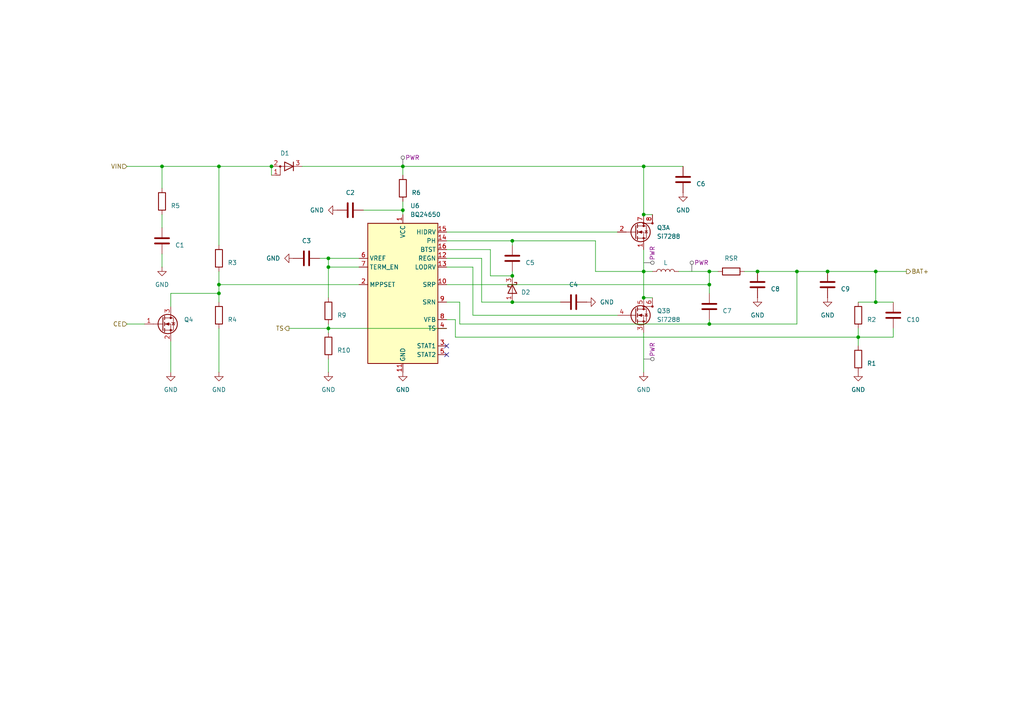
<source format=kicad_sch>
(kicad_sch (version 20250114) (generator "eeschema") (generator_version "9.0")
  (paper "A4")
  (title_block (title "Ryujin") (date "2025-03-24") (rev "44") (company "Julius-Maximilians-Universität Würzburg"))
  (lib_symbols
    (symbol "Battery_Management:BQ24650"
      (property "Reference" "U6" (at 2.1433 25.4 0))
      (property "Value" "BQ24650" (at 2.1433 22.86 0))
      (symbol "BQ24650_1_1"
        (rectangle (start -10.16 20.32) (end 10.16 -20.32) (stroke (width 0.254)) (fill (type background)))
        (pin input line (at -12.7 10.16 0) (length 2.54) (name "VREF") (number "6"))
        (pin input line (at -12.7 7.62 0) (length 2.54) (name "TERM_EN") (number "7"))
        (pin input line (at -12.7 2.54 0) (length 2.54) (name "MPPSET") (number "2"))
        (pin power_in line (at 0 22.86 270) (length 2.54) (name "VCC") (number "1"))
        (pin power_in line (at 0 -22.86 90) (length 2.54) (name "GND") (number "11"))
        (pin passive line (at 0 -22.86 90) (length 2.54) (hide yes) (name "GND") (number "17"))
        (pin output line (at 12.7 17.78 180) (length 2.54) (name "HIDRV") (number "15"))
        (pin input line (at 12.7 15.24 180) (length 2.54) (name "PH") (number "14"))
        (pin output line (at 12.7 12.7 180) (length 2.54) (name "BTST") (number "16"))
        (pin output line (at 12.7 10.16 180) (length 2.54) (name "REGN") (number "12"))
        (pin output line (at 12.7 7.62 180) (length 2.54) (name "LODRV") (number "13"))
        (pin input line (at 12.7 2.54 180) (length 2.54) (name "SRP") (number "10"))
        (pin input line (at 12.7 -2.54 180) (length 2.54) (name "SRN") (number "9"))
        (pin input line (at 12.7 -7.62 180) (length 2.54) (name "VFB") (number "8"))
        (pin input line (at 12.7 -10.16 180) (length 2.54) (name "TS") (number "4"))
        (pin open_collector line (at 12.7 -15.24 180) (length 2.54) (name "STAT1") (number "3"))
        (pin open_collector line (at 12.7 -17.78 180) (length 2.54) (name "STAT2") (number "5"))
      )
    )
    (symbol "Device:C" (pin_numbers (hide yes)) (pin_names (offset 0.254))
      (property "Reference" "C" (at 0.635 2.54 0))
      (property "Value" "C" (at 0.635 -2.54 0))
      (symbol "C_0_1"
        (polyline (pts (xy -2.032 0.762) (xy 2.032 0.762)) (stroke (width 0.508)))
        (polyline (pts (xy -2.032 -0.762) (xy 2.032 -0.762)) (stroke (width 0.508)))
      )
      (symbol "C_1_1"
        (pin passive line (at 0 3.81 270) (length 2.794) (name "~") (number "1"))
        (pin passive line (at 0 -3.81 90) (length 2.794) (name "~") (number "2"))
      )
    )
    (symbol "Device:D_AAK" (pin_names (offset 0) (hide yes))
      (property "Reference" "D" (at 0 2.54 0))
      (property "Value" "D_AAK" (at 0 -2.54 0))
      (symbol "D_AAK_0_1"
        (polyline (pts (xy -1.27 1.27) (xy -1.27 -1.27)) (stroke (width 0.254)))
        (polyline (pts (xy 1.27 1.27) (xy 1.27 -1.27) (xy -1.27 0) (xy 1.27 1.27)) (stroke (width 0.254)))
        (circle (center 2.54 0) (radius 0.254) (fill (type outline)))
        (polyline (pts (xy 3.81 2.54) (xy 2.54 2.54) (xy 2.54 0) (xy -1.27 0)))
      )
      (symbol "D_AAK_1_1"
        (pin passive line (at -3.81 0 0) (length 2.54) (name "K") (number "3"))
        (pin passive line (at 5.08 2.54 180) (length 2.54) (name "A") (number "1"))
        (pin passive line (at 5.08 0 180) (length 2.54) (name "A") (number "2"))
      )
    )
    (symbol "Device:L" (pin_numbers (hide yes)) (pin_names (offset 1.016) (hide yes))
      (property "Reference" "L" (at -1.27 0 90))
      (property "Value" "L" (at 1.905 0 90))
      (symbol "L_0_1"
        (arc (start 0 2.54) (mid 0.6323 1.905) (end 0 1.27))
        (arc (start 0 1.27) (mid 0.6323 0.635) (end 0 0))
        (arc (start 0 0) (mid 0.6323 -0.635) (end 0 -1.27))
        (arc (start 0 -1.27) (mid 0.6323 -1.905) (end 0 -2.54))
      )
      (symbol "L_1_1"
        (pin passive line (at 0 3.81 270) (length 1.27) (name "1") (number "1"))
        (pin passive line (at 0 -3.81 90) (length 1.27) (name "2") (number "2"))
      )
    )
    (symbol "Device:R" (pin_numbers (hide yes)) (pin_names (offset 0))
      (property "Reference" "R" (at 2.032 0 90))
      (property "Value" "R" (at 0 0 90))
      (symbol "R_0_1"
        (rectangle (start -1.016 -2.54) (end 1.016 2.54) (stroke (width 0.254)))
      )
      (symbol "R_1_1"
        (pin passive line (at 0 3.81 270) (length 1.27) (name "~") (number "1"))
        (pin passive line (at 0 -3.81 90) (length 1.27) (name "~") (number "2"))
      )
    )
    (symbol "Diode:BAT54W" (pin_names (offset 1.016) (hide yes))
      (property "Reference" "D" (at 0 2.54 0))
      (property "Value" "BAT54W" (at 0 -2.54 0))
      (symbol "BAT54W_0_1"
        (polyline (pts (xy -1.905 0.635) (xy -1.905 1.27) (xy -1.27 1.27) (xy -1.27 -1.27) (xy -0.635 -1.27) (xy -0.635 -0.635)) (stroke (width 0.254)))
        (polyline (pts (xy 1.27 1.27) (xy 1.27 -1.27) (xy -1.27 0) (xy 1.27 1.27)) (stroke (width 0.254)))
        (polyline (pts (xy 1.27 0) (xy -1.27 0)))
      )
      (symbol "BAT54W_1_1"
        (pin passive line (at -3.81 0 0) (length 2.54) (name "K") (number "3"))
        (pin no_connect line (at 0 0 90) (length 2.54) (hide yes) (name "NC") (number "2"))
        (pin passive line (at 3.81 0 180) (length 2.54) (name "A") (number "1"))
      )
    )
    (symbol "Transistor_FET:2N7002" (pin_names (hide yes))
      (property "Reference" "Q" (at 5.08 1.905 0))
      (property "Value" "2N7002" (at 5.08 0 0))
      (symbol "2N7002_0_1"
        (polyline (pts (xy 0.254 1.905) (xy 0.254 -1.905)) (stroke (width 0.254)))
        (polyline (pts (xy 0.254 0) (xy -2.54 0)))
        (polyline (pts (xy 0.762 2.286) (xy 0.762 1.27)) (stroke (width 0.254)))
        (polyline (pts (xy 0.762 0.508) (xy 0.762 -0.508)) (stroke (width 0.254)))
        (polyline (pts (xy 0.762 -1.27) (xy 0.762 -2.286)) (stroke (width 0.254)))
        (polyline (pts (xy 0.762 -1.778) (xy 3.302 -1.778) (xy 3.302 1.778) (xy 0.762 1.778)))
        (polyline (pts (xy 1.016 0) (xy 2.032 0.381) (xy 2.032 -0.381) (xy 1.016 0)) (fill (type outline)))
        (circle (center 1.651 0) (radius 2.794) (stroke (width 0.254)))
        (polyline (pts (xy 2.54 2.54) (xy 2.54 1.778)))
        (circle (center 2.54 1.778) (radius 0.254) (fill (type outline)))
        (circle (center 2.54 -1.778) (radius 0.254) (fill (type outline)))
        (polyline (pts (xy 2.54 -2.54) (xy 2.54 0) (xy 0.762 0)))
        (polyline (pts (xy 2.794 0.508) (xy 2.921 0.381) (xy 3.683 0.381) (xy 3.81 0.254)))
        (polyline (pts (xy 3.302 0.381) (xy 2.921 -0.254) (xy 3.683 -0.254) (xy 3.302 0.381)))
      )
      (symbol "2N7002_1_1"
        (pin input line (at -5.08 0 0) (length 2.54) (name "G") (number "1"))
        (pin passive line (at 2.54 5.08 270) (length 2.54) (name "D") (number "3"))
        (pin passive line (at 2.54 -5.08 90) (length 2.54) (name "S") (number "2"))
      )
    )
    (symbol "Vishay:Si7288" (pin_names (offset 0) (hide yes))
      (property "Reference" "Q" (at 5.08 1.905 0))
      (property "Value" "Si7288" (at 5.08 0 0))
      (symbol "Si7288_0_1"
        (polyline (pts (xy 0.254 1.905) (xy 0.254 -1.905)) (stroke (width 0.254)))
        (polyline (pts (xy 0.254 0) (xy -2.54 0)))
        (polyline (pts (xy 0.762 2.286) (xy 0.762 1.27)) (stroke (width 0.254)))
        (polyline (pts (xy 0.762 0.508) (xy 0.762 -0.508)) (stroke (width 0.254)))
        (polyline (pts (xy 0.762 -1.27) (xy 0.762 -2.286)) (stroke (width 0.254)))
        (polyline (pts (xy 0.762 -1.778) (xy 3.302 -1.778) (xy 3.302 1.778) (xy 0.762 1.778)))
        (polyline (pts (xy 1.016 0) (xy 2.032 0.381) (xy 2.032 -0.381) (xy 1.016 0)) (fill (type outline)))
        (circle (center 1.651 0) (radius 2.794) (stroke (width 0.254)))
        (polyline (pts (xy 2.54 2.54) (xy 2.54 1.778)))
        (circle (center 2.54 2.54) (radius 0.254) (fill (type outline)))
        (circle (center 2.54 1.778) (radius 0.254) (fill (type outline)))
        (circle (center 2.54 -1.778) (radius 0.254) (fill (type outline)))
        (polyline (pts (xy 2.54 -2.54) (xy 2.54 0) (xy 0.762 0)))
        (polyline (pts (xy 2.921 0.381) (xy 3.683 0.381)))
        (polyline (pts (xy 3.302 0.381) (xy 2.921 -0.254) (xy 3.683 -0.254) (xy 3.302 0.381)))
        (polyline (pts (xy 5.08 2.54) (xy 2.54 2.54)))
        (circle (center 5.08 2.54) (radius 0.254) (fill (type outline)))
      )
      (symbol "Si7288_1_1"
        (pin input line (at -5.08 0 0) (length 2.54) (name "G") (number "2"))
        (pin passive line (at 2.54 5.08 270) (length 2.54) (name "D") (number "7"))
        (pin passive line (at 2.54 -5.08 90) (length 2.54) (name "S") (number "1"))
        (pin passive line (at 5.08 5.08 270) (length 2.54) (hide yes) (name "D") (number "11"))
        (pin passive line (at 5.08 5.08 270) (length 2.54) (name "D") (number "8"))
        (pin passive line (at 5.08 5.08 270) (length 2.54) (hide yes) (name "D") (number "9"))
      )
      (symbol "Si7288_2_1"
        (pin input line (at -5.08 0 0) (length 2.54) (name "G") (number "4"))
        (pin passive line (at 2.54 5.08 270) (length 2.54) (name "D") (number "5"))
        (pin passive line (at 2.54 -5.08 90) (length 2.54) (name "S") (number "3"))
        (pin passive line (at 5.08 5.08 270) (length 2.54) (hide yes) (name "D") (number "10"))
        (pin passive line (at 5.08 5.08 270) (length 2.54) (hide yes) (name "D") (number "12"))
        (pin passive line (at 5.08 5.08 270) (length 2.54) (name "D") (number "6"))
      )
    )
    (symbol "power:GND" (power) (pin_numbers (hide yes)) (pin_names (offset 0) (hide yes))
      (property "Value" "GND" (at 0 -3.81 0))
      (symbol "GND_0_1"
        (polyline (pts (xy 0 0) (xy 0 -1.27) (xy 1.27 -1.27) (xy 0 -2.54) (xy -1.27 -1.27) (xy 0 -1.27)))
      )
      (symbol "GND_1_1"
        (pin power_in line (at 0 0 270) (length 0) (name "~") (number "1"))
      )
    )
  )
  (junction (at 148.59 69.85))
  (junction (at 254 87.63))
  (junction (at 148.59 80.01))
  (junction (at 63.5 82.55))
  (junction (at 205.74 78.74))
  (junction (at 186.69 48.26))
  (junction (at 254 78.74))
  (junction (at 63.5 85.09))
  (junction (at 186.69 78.74))
  (junction (at 116.84 48.26))
  (junction (at 248.92 97.79))
  (junction (at 148.59 87.63))
  (junction (at 63.5 48.26))
  (junction (at 231.14 78.74))
  (junction (at 95.25 77.47))
  (junction (at 116.84 60.96))
  (junction (at 78.74 48.26))
  (junction (at 240.03 78.74))
  (junction (at 95.25 74.93))
  (junction (at 205.74 82.55))
  (junction (at 186.69 86.36))
  (junction (at 219.71 78.74))
  (junction (at 46.99 48.26))
  (junction (at 186.69 62.23))
  (junction (at 205.74 93.98))
  (junction (at 95.25 95.25))
  (no_connect (at 129.54 100.33))
  (no_connect (at 129.54 102.87))
  (wire (pts (xy 219.71 78.74) (xy 231.14 78.74)))
  (wire (pts (xy 186.69 86.36) (xy 189.23 86.36)))
  (wire (pts (xy 95.25 74.93) (xy 95.25 77.47)))
  (wire (pts (xy 137.16 77.47) (xy 137.16 91.44)))
  (wire (pts (xy 78.74 48.26) (xy 78.74 50.8)))
  (wire (pts (xy 148.59 69.85) (xy 148.59 71.12)))
  (wire (pts (xy 49.53 88.9) (xy 49.53 85.09)))
  (wire (pts (xy 63.5 48.26) (xy 78.74 48.26)))
  (wire (pts (xy 133.35 87.63) (xy 133.35 93.98)))
  (wire (pts (xy 129.54 74.93) (xy 139.7 74.93)))
  (wire (pts (xy 231.14 78.74) (xy 240.03 78.74)))
  (wire (pts (xy 259.08 97.79) (xy 248.92 97.79)))
  (wire (pts (xy 248.92 87.63) (xy 254 87.63)))
  (wire (pts (xy 172.72 78.74) (xy 186.69 78.74)))
  (wire (pts (xy 240.03 78.74) (xy 254 78.74)))
  (wire (pts (xy 205.74 82.55) (xy 205.74 85.09)))
  (wire (pts (xy 205.74 78.74) (xy 205.74 82.55)))
  (wire (pts (xy 83.82 95.25) (xy 95.25 95.25)))
  (wire (pts (xy 46.99 62.23) (xy 46.99 66.04)))
  (wire (pts (xy 132.08 97.79) (xy 248.92 97.79)))
  (wire (pts (xy 63.5 78.74) (xy 63.5 82.55)))
  (wire (pts (xy 63.5 82.55) (xy 63.5 85.09)))
  (wire (pts (xy 46.99 48.26) (xy 63.5 48.26)))
  (wire (pts (xy 254 87.63) (xy 259.08 87.63)))
  (wire (pts (xy 129.54 69.85) (xy 148.59 69.85)))
  (wire (pts (xy 63.5 48.26) (xy 63.5 71.12)))
  (wire (pts (xy 129.54 67.31) (xy 179.07 67.31)))
  (wire (pts (xy 46.99 73.66) (xy 46.99 77.47)))
  (wire (pts (xy 116.84 60.96) (xy 116.84 58.42)))
  (wire (pts (xy 36.83 48.26) (xy 46.99 48.26)))
  (wire (pts (xy 95.25 93.98) (xy 95.25 95.25)))
  (wire (pts (xy 46.99 48.26) (xy 46.99 54.61)))
  (wire (pts (xy 95.25 74.93) (xy 104.14 74.93)))
  (wire (pts (xy 148.59 69.85) (xy 172.72 69.85)))
  (wire (pts (xy 139.7 87.63) (xy 148.59 87.63)))
  (wire (pts (xy 205.74 78.74) (xy 208.28 78.74)))
  (wire (pts (xy 142.24 72.39) (xy 142.24 80.01)))
  (wire (pts (xy 116.84 60.96) (xy 116.84 62.23)))
  (wire (pts (xy 186.69 48.26) (xy 186.69 62.23)))
  (wire (pts (xy 95.25 77.47) (xy 104.14 77.47)))
  (wire (pts (xy 129.54 77.47) (xy 137.16 77.47)))
  (wire (pts (xy 259.08 95.25) (xy 259.08 97.79)))
  (wire (pts (xy 36.83 93.98) (xy 41.91 93.98)))
  (wire (pts (xy 129.54 82.55) (xy 205.74 82.55)))
  (wire (pts (xy 116.84 48.26) (xy 116.84 50.8)))
  (wire (pts (xy 186.69 78.74) (xy 186.69 86.36)))
  (wire (pts (xy 133.35 93.98) (xy 205.74 93.98)))
  (wire (pts (xy 63.5 82.55) (xy 104.14 82.55)))
  (wire (pts (xy 186.69 62.23) (xy 189.23 62.23)))
  (wire (pts (xy 254 78.74) (xy 254 87.63)))
  (wire (pts (xy 248.92 95.25) (xy 248.92 97.79)))
  (wire (pts (xy 142.24 80.01) (xy 148.59 80.01)))
  (wire (pts (xy 186.69 78.74) (xy 189.23 78.74)))
  (wire (pts (xy 95.25 95.25) (xy 95.25 96.52)))
  (wire (pts (xy 148.59 87.63) (xy 162.56 87.63)))
  (wire (pts (xy 92.71 74.93) (xy 95.25 74.93)))
  (wire (pts (xy 49.53 85.09) (xy 63.5 85.09)))
  (wire (pts (xy 105.41 60.96) (xy 116.84 60.96)))
  (wire (pts (xy 248.92 97.79) (xy 248.92 100.33)))
  (wire (pts (xy 95.25 104.14) (xy 95.25 107.95)))
  (wire (pts (xy 148.59 78.74) (xy 148.59 80.01)))
  (wire (pts (xy 215.9 78.74) (xy 219.71 78.74)))
  (wire (pts (xy 137.16 91.44) (xy 179.07 91.44)))
  (wire (pts (xy 196.85 78.74) (xy 205.74 78.74)))
  (wire (pts (xy 132.08 92.71) (xy 132.08 97.79)))
  (wire (pts (xy 205.74 93.98) (xy 231.14 93.98)))
  (wire (pts (xy 129.54 72.39) (xy 142.24 72.39)))
  (wire (pts (xy 186.69 48.26) (xy 198.12 48.26)))
  (wire (pts (xy 186.69 72.39) (xy 186.69 78.74)))
  (wire (pts (xy 139.7 74.93) (xy 139.7 87.63)))
  (wire (pts (xy 205.74 92.71) (xy 205.74 93.98)))
  (wire (pts (xy 87.63 48.26) (xy 116.84 48.26)))
  (wire (pts (xy 95.25 95.25) (xy 129.54 95.25)))
  (wire (pts (xy 63.5 95.25) (xy 63.5 107.95)))
  (wire (pts (xy 231.14 78.74) (xy 231.14 93.98)))
  (wire (pts (xy 95.25 77.47) (xy 95.25 86.36)))
  (wire (pts (xy 63.5 85.09) (xy 63.5 87.63)))
  (wire (pts (xy 172.72 69.85) (xy 172.72 78.74)))
  (wire (pts (xy 254 78.74) (xy 262.89 78.74)))
  (wire (pts (xy 186.69 107.95) (xy 186.69 96.52)))
  (wire (pts (xy 129.54 92.71) (xy 132.08 92.71)))
  (wire (pts (xy 116.84 48.26) (xy 186.69 48.26)))
  (wire (pts (xy 49.53 99.06) (xy 49.53 107.95)))
  (wire (pts (xy 129.54 87.63) (xy 133.35 87.63)))
  (hierarchical_label "VIN" (shape input) (at 36.83 48.26 180))
  (hierarchical_label "TS" (shape output) (at 83.82 95.25 180))
  (hierarchical_label "CE" (shape input) (at 36.83 93.98 180))
  (hierarchical_label "BAT+" (shape output) (at 262.89 78.74 0))
  (netclass_flag "" (length 2.54) (shape round) (at 200.66 78.74 0) (property "Netclass" "PWR" (at 201.3585 76.2 0) (effects (justify left))))
  (netclass_flag "" (length 2.54) (shape round) (at 186.69 104.14 270) (property "Netclass" "PWR" (at 189.23 103.4415 90) (effects (justify left))))
  (netclass_flag "" (length 2.54) (shape round) (at 186.69 76.2 270) (property "Netclass" "PWR" (at 189.23 75.5015 90) (effects (justify left))))
  (netclass_flag "" (length 2.54) (shape round) (at 116.84 48.26 0) (property "Netclass" "PWR" (at 117.5385 45.72 0) (effects (justify left))))
  (symbol (lib_id "Device:C") (at 88.9 74.93 90) (unit 1)
    (property "Reference" "C15" (effects (hide yes)))
    (property "Value" "C3" (at 88.9 69.85 90))
    (property "Footprint" "Capacitor_SMD:C_0805_2012Metric" (effects (hide yes)))
    (property "Description" "Unpolarized capacitor" (effects (hide yes)))
    (property "MPN" "1uF 35V 0805" (effects (hide yes)))
  )
  (symbol (lib_id "Diode:BAT54W") (at 148.59 83.82 270) (unit 1)
    (property "Reference" "D6" (effects (hide yes)))
    (property "Value" "D2" (at 151.13 84.7724 90) (effects (justify left)))
    (property "Footprint" "Package_TO_SOT_SMD:SOT-23" (effects (hide yes)))
    (property "Datasheet" "https://assets.nexperia.com/documents/data-sheet/BAT54W_SER.pdf" (effects (hide yes)))
    (property "Description" "Schottky barrier diode" (effects (hide yes)))
    (property "MPN" " BAT54" (effects (hide yes)))
  )
  (symbol (lib_id "Device:C") (at 240.03 82.55 0) (unit 1)
    (property "Reference" "C16" (effects (hide yes)))
    (property "Value" "C9" (at 243.84 83.8199 0) (effects (justify left)))
    (property "Footprint" "Capacitor_SMD:C_Elec_4x5.4" (effects (hide yes)))
    (property "Description" "Unpolarized capacitor" (effects (hide yes)))
    (property "MPN" "EEEFK1V4R7AR" (effects (hide yes)))
  )
  (symbol (lib_id "Device:C") (at 46.99 69.85 0) (unit 1)
    (property "Reference" "C7" (effects (hide yes)))
    (property "Value" "C1" (at 50.8 71.1199 0) (effects (justify left)))
    (property "Footprint" "Capacitor_SMD:C_1210_3225Metric" (effects (hide yes)))
    (property "Description" "Unpolarized capacitor" (effects (hide yes)))
    (property "MPN" "2.2uF 50V 1210" (effects (hide yes)))
  )
  (symbol (lib_id "Device:L") (at 193.04 78.74 90) (unit 1)
    (property "Reference" "L1" (effects (hide yes)))
    (property "Value" "L" (at 193.04 76.2 90))
    (property "Footprint" "Inductor_SMD:L_Vishay_IHLP-2525" (effects (hide yes)))
    (property "Description" "Inductor" (effects (hide yes)))
    (property "MPN" "IHLP2525CZER100MA1" (effects (hide yes)))
  )
  (symbol (lib_id "power:GND") (at 219.71 86.36 0) (unit 1)
    (property "Reference" "#PWR044" (effects (hide yes)))
    (property "Value" "GND" (at 219.71 91.44 0))
    (property "Description" "Power symbol creates a global label with name \"GND\" , ground" (effects (hide yes)))
  )
  (symbol (lib_id "Device:C") (at 148.59 74.93 180) (unit 1)
    (property "Reference" "C11" (effects (hide yes)))
    (property "Value" "C5" (at 152.4 76.1999 0) (effects (justify right)))
    (property "Footprint" "Capacitor_SMD:C_0805_2012Metric" (effects (hide yes)))
    (property "Description" "Unpolarized capacitor" (effects (hide yes)))
    (property "MPN" "0.1uF 35V 0805" (effects (hide yes)))
  )
  (symbol (lib_id "Device:R") (at 46.99 58.42 0) (unit 1)
    (property "Reference" "R1" (effects (hide yes)))
    (property "Value" "R5" (at 49.53 59.6899 0) (effects (justify left)))
    (property "Footprint" "Resistor_SMD:R_0805_2012Metric" (effects (hide yes)))
    (property "Description" "Resistor" (effects (hide yes)))
    (property "MPN" "2 0805 1W" (effects (hide yes)))
  )
  (symbol (lib_id "Device:D_AAK") (at 83.82 48.26 180) (unit 1)
    (property "Reference" "D5" (effects (hide yes)))
    (property "Value" "D1" (at 82.6135 44.45 0))
    (property "Footprint" "footprints:PDS104013" (effects (hide yes)))
    (property "Datasheet" "../../docs/PDS1040.pdf" (effects (hide yes)))
    (property "Description" "Diode, anode on pins 1 and 2" (effects (hide yes)))
    (property "MPN" "PDS1040-13" (effects (hide yes)))
  )
  (symbol (lib_id "Device:C") (at 166.37 87.63 90) (unit 1)
    (property "Reference" "C10" (effects (hide yes)))
    (property "Value" "C4" (at 166.37 82.55 90))
    (property "Footprint" "Capacitor_SMD:C_0805_2012Metric" (effects (hide yes)))
    (property "Description" "Unpolarized capacitor" (effects (hide yes)))
    (property "MPN" "1uF 35V 0805" (effects (hide yes)))
  )
  (symbol (lib_id "Device:R") (at 248.92 104.14 0) (unit 1)
    (property "Reference" "R15" (effects (hide yes)))
    (property "Value" "R1" (at 251.46 105.4099 0) (effects (justify left)))
    (property "Footprint" "Resistor_SMD:R_0402_1005Metric" (effects (hide yes)))
    (property "Description" "Resistor" (effects (hide yes)))
    (property "MPN" "100k 0402" (effects (hide yes)))
  )
  (symbol (lib_id "Vishay:Si7288") (at 184.15 91.44 0) (unit 2)
    (property "Reference" "Q3" (at 190.5 90.1699 0) (effects (justify left)))
    (property "Value" "Si7288" (at 190.5 92.7099 0) (effects (justify left)))
    (property "Footprint" "footprints:SI7288DPT1GE3" (effects (hide yes)))
    (property "Datasheet" "https://www.vishay.com/docs/65366/si7288dp.pdf" (effects (hide yes)))
    (property "Description" "Dual NMOS transistor, 12 pin package" (effects (hide yes)))
    (property "MPN" "SI7288DP-T1-GE3" (effects (hide yes)))
  )
  (symbol (lib_id "power:GND") (at 46.99 77.47 0) (unit 1)
    (property "Reference" "#PWR01" (effects (hide yes)))
    (property "Value" "GND" (at 46.99 82.55 0))
    (property "Description" "Power symbol creates a global label with name \"GND\" , ground" (effects (hide yes)))
  )
  (symbol (lib_id "power:GND") (at 49.53 107.95 0) (unit 1)
    (property "Reference" "#PWR053" (effects (hide yes)))
    (property "Value" "GND" (at 49.53 113.03 0))
    (property "Description" "Power symbol creates a global label with name \"GND\" , ground" (effects (hide yes)))
  )
  (symbol (lib_id "power:GND") (at 170.18 87.63 90) (unit 1)
    (property "Reference" "#PWR041" (effects (hide yes)))
    (property "Value" "GND" (at 173.99 87.6299 90) (effects (justify right)))
    (property "Description" "Power symbol creates a global label with name \"GND\" , ground" (effects (hide yes)))
  )
  (symbol (lib_id "power:GND") (at 97.79 60.96 270) (unit 1)
    (property "Reference" "#PWR026" (effects (hide yes)))
    (property "Value" "GND" (at 93.98 60.9599 90) (effects (justify right)))
    (property "Description" "Power symbol creates a global label with name \"GND\" , ground" (effects (hide yes)))
  )
  (symbol (lib_id "power:GND") (at 198.12 55.88 0) (unit 1)
    (property "Reference" "#PWR027" (effects (hide yes)))
    (property "Value" "GND" (at 198.12 60.96 0))
    (property "Description" "Power symbol creates a global label with name \"GND\" , ground" (effects (hide yes)))
  )
  (symbol (lib_id "Vishay:Si7288") (at 184.15 67.31 0) (unit 1)
    (property "Reference" "Q3" (at 190.5 66.0399 0) (effects (justify left)))
    (property "Value" "Si7288" (at 190.5 68.5799 0) (effects (justify left)))
    (property "Footprint" "footprints:SI7288DPT1GE3" (effects (hide yes)))
    (property "Datasheet" "https://www.vishay.com/docs/65366/si7288dp.pdf" (effects (hide yes)))
    (property "Description" "Dual NMOS transistor, 12 pin package" (effects (hide yes)))
    (property "MPN" "SI7288DP-T1-GE3" (effects (hide yes)))
  )
  (symbol (lib_id "power:GND") (at 240.03 86.36 0) (unit 1)
    (property "Reference" "#PWR050" (effects (hide yes)))
    (property "Value" "GND" (at 240.03 91.44 0))
    (property "Description" "Power symbol creates a global label with name \"GND\" , ground" (effects (hide yes)))
  )
  (symbol (lib_id "Device:R") (at 116.84 54.61 0) (unit 1)
    (property "Reference" "R13" (effects (hide yes)))
    (property "Value" "R6" (at 119.38 55.8799 0) (effects (justify left)))
    (property "Footprint" "Resistor_SMD:R_1206_3216Metric" (effects (hide yes)))
    (property "Description" "Resistor" (effects (hide yes)))
    (property "MPN" "10 1206 0.25W" (effects (hide yes)))
  )
  (symbol (lib_id "power:GND") (at 63.5 107.95 0) (unit 1)
    (property "Reference" "#PWR019" (effects (hide yes)))
    (property "Value" "GND" (at 63.5 113.03 0))
    (property "Description" "Power symbol creates a global label with name \"GND\" , ground" (effects (hide yes)))
  )
  (symbol (lib_id "Device:R") (at 248.92 91.44 0) (unit 1)
    (property "Reference" "R16" (effects (hide yes)))
    (property "Value" "R2" (at 251.46 92.7099 0) (effects (justify left)))
    (property "Footprint" "Resistor_SMD:R_0402_1005Metric" (effects (hide yes)))
    (property "Description" "Resistor" (effects (hide yes)))
    (property "MPN" "499k 0402" (effects (hide yes)))
  )
  (symbol (lib_id "Device:R") (at 63.5 74.93 0) (unit 1)
    (property "Reference" "R2" (effects (hide yes)))
    (property "Value" "R3" (at 66.04 76.1999 0) (effects (justify left)))
    (property "Footprint" "Resistor_SMD:R_0402_1005Metric" (effects (hide yes)))
    (property "Description" "Resistor" (effects (hide yes)))
    (property "MPN" "499k 0402" (effects (hide yes)))
  )
  (symbol (lib_id "power:GND") (at 85.09 74.93 270) (unit 1)
    (property "Reference" "#PWR046" (effects (hide yes)))
    (property "Value" "GND" (at 81.28 74.9299 90) (effects (justify right)))
    (property "Description" "Power symbol creates a global label with name \"GND\" , ground" (effects (hide yes)))
  )
  (symbol (lib_id "Device:C") (at 205.74 88.9 180) (unit 1)
    (property "Reference" "C13" (effects (hide yes)))
    (property "Value" "C7" (at 209.55 90.1699 0) (effects (justify right)))
    (property "Footprint" "Capacitor_SMD:C_0805_2012Metric" (effects (hide yes)))
    (property "Description" "Unpolarized capacitor" (effects (hide yes)))
    (property "MPN" "0.1uF 35V 0805" (effects (hide yes)))
  )
  (symbol (lib_id "Device:R") (at 212.09 78.74 90) (unit 1)
    (property "Reference" "RSR1" (effects (hide yes)))
    (property "Value" "RSR" (at 212.09 74.93 90))
    (property "Footprint" "Resistor_SMD:R_1206_3216Metric" (effects (hide yes)))
    (property "Description" "Resistor" (effects (hide yes)))
    (property "MPN" "WSL1206R0200DEA" (effects (hide yes)))
  )
  (symbol (lib_id "power:GND") (at 116.84 107.95 0) (unit 1)
    (property "Reference" "#PWR043" (effects (hide yes)))
    (property "Value" "GND" (at 116.84 113.03 0))
    (property "Description" "Power symbol creates a global label with name \"GND\" , ground" (effects (hide yes)))
  )
  (symbol (lib_id "Device:C") (at 259.08 91.44 0) (unit 1)
    (property "Reference" "C14" (effects (hide yes)))
    (property "Value" "C10" (at 262.89 92.7099 0) (effects (justify left)))
    (property "Footprint" "Capacitor_SMD:C_0603_1608Metric" (effects (hide yes)))
    (property "Description" "Unpolarized capacitor" (effects (hide yes)))
    (property "MPN" "22pF 50V 0603" (effects (hide yes)))
  )
  (symbol (lib_id "Device:C") (at 198.12 52.07 0) (unit 1)
    (property "Reference" "C9" (effects (hide yes)))
    (property "Value" "C6" (at 201.93 53.3399 0) (effects (justify left)))
    (property "Footprint" "Capacitor_SMD:C_1210_3225Metric" (effects (hide yes)))
    (property "Description" "Unpolarized capacitor" (effects (hide yes)))
    (property "MPN" "10uF 35V 1210" (effects (hide yes)))
  )
  (symbol (lib_id "Device:C") (at 101.6 60.96 90) (unit 1)
    (property "Reference" "C8" (effects (hide yes)))
    (property "Value" "C2" (at 101.6 55.88 90))
    (property "Footprint" "Capacitor_SMD:C_0805_2012Metric" (effects (hide yes)))
    (property "Description" "Unpolarized capacitor" (effects (hide yes)))
    (property "MPN" "1uF 35V 0805" (effects (hide yes)))
  )
  (symbol (lib_id "Battery_Management:BQ24650") (at 116.84 85.09 0) (unit 1)
    (property "Reference" "U6" (at 118.9833 59.69 0) (effects (justify left)))
    (property "Value" "BQ24650" (at 118.9833 62.23 0) (effects (justify left)))
    (property "Footprint" "Package_DFN_QFN:Texas_RVA_VQFN-16-1EP_3.5x3.5mm_P0.5mm_EP2.14x2.14mm_ThermalVias" (effects (hide yes)))
    (property "Datasheet" "../../docs/bq24650.pdf" (effects (hide yes)))
    (property "Description" "10A, 28V max voltage, Battery Charger w/600kHz NMOS-NMOS Synchronous Buck Converter for Solar, VQFN-16" (effects (hide yes)))
    (property "MPN" "BQ24650RVAR" (effects (hide yes)))
  )
  (symbol (lib_id "Device:C") (at 219.71 82.55 0) (unit 1)
    (property "Reference" "C12" (effects (hide yes)))
    (property "Value" "C8" (at 223.52 83.8199 0) (effects (justify left)))
    (property "Footprint" "Capacitor_SMD:C_1210_3225Metric" (effects (hide yes)))
    (property "Description" "Unpolarized capacitor" (effects (hide yes)))
    (property "MPN" "10uF 35V 1210" (effects (hide yes)))
  )
  (symbol (lib_id "power:GND") (at 186.69 107.95 0) (unit 1)
    (property "Reference" "#PWR042" (effects (hide yes)))
    (property "Value" "GND" (at 186.69 113.03 0))
    (property "Description" "Power symbol creates a global label with name \"GND\" , ground" (effects (hide yes)))
  )
  (symbol (lib_id "power:GND") (at 248.92 107.95 0) (unit 1)
    (property "Reference" "#PWR045" (effects (hide yes)))
    (property "Value" "GND" (at 248.92 113.03 0))
    (property "Description" "Power symbol creates a global label with name \"GND\" , ground" (effects (hide yes)))
  )
  (symbol (lib_id "power:GND") (at 95.25 107.95 0) (unit 1)
    (property "Reference" "#PWR020" (effects (hide yes)))
    (property "Value" "GND" (at 95.25 113.03 0))
    (property "Description" "Power symbol creates a global label with name \"GND\" , ground" (effects (hide yes)))
  )
  (symbol (lib_id "Transistor_FET:2N7002") (at 46.99 93.98 0) (unit 1)
    (property "Reference" "Q4" (at 53.34 92.7099 0) (effects (justify left)))
    (property "Value" "2N7002" (effects (hide yes)))
    (property "Footprint" "Package_TO_SOT_SMD:SOT-23" (effects (hide yes)))
    (property "Datasheet" "https://www.onsemi.com/pub/Collateral/NDS7002A-D.PDF" (effects (hide yes)))
    (property "Description" "0.115A Id, 60V Vds, N-Channel MOSFET, SOT-23" (effects (hide yes)))
  )
  (symbol (lib_id "Device:R") (at 95.25 100.33 0) (unit 1)
    (property "Reference" "R17" (effects (hide yes)))
    (property "Value" "R10" (at 97.79 101.5999 0) (effects (justify left)))
    (property "Footprint" "Resistor_SMD:R_0402_1005Metric" (effects (hide yes)))
    (property "Description" "Resistor" (effects (hide yes)))
    (property "MPN" "30.1k 0402" (effects (hide yes)))
  )
  (symbol (lib_id "Device:R") (at 95.25 90.17 0) (unit 1)
    (property "Reference" "R14" (effects (hide yes)))
    (property "Value" "R9" (at 97.79 91.4399 0) (effects (justify left)))
    (property "Footprint" "Resistor_SMD:R_0402_1005Metric" (effects (hide yes)))
    (property "Description" "Resistor" (effects (hide yes)))
    (property "MPN" "5.23k 0402" (effects (hide yes)))
  )
  (symbol (lib_id "Device:R") (at 63.5 91.44 0) (unit 1)
    (property "Reference" "R3" (effects (hide yes)))
    (property "Value" "R4" (at 66.04 92.7099 0) (effects (justify left)))
    (property "Footprint" "Resistor_SMD:R_0402_1005Metric" (effects (hide yes)))
    (property "Description" "Resistor" (effects (hide yes)))
    (property "MPN" "36k 0402" (effects (hide yes)))
  )
)
</source>
